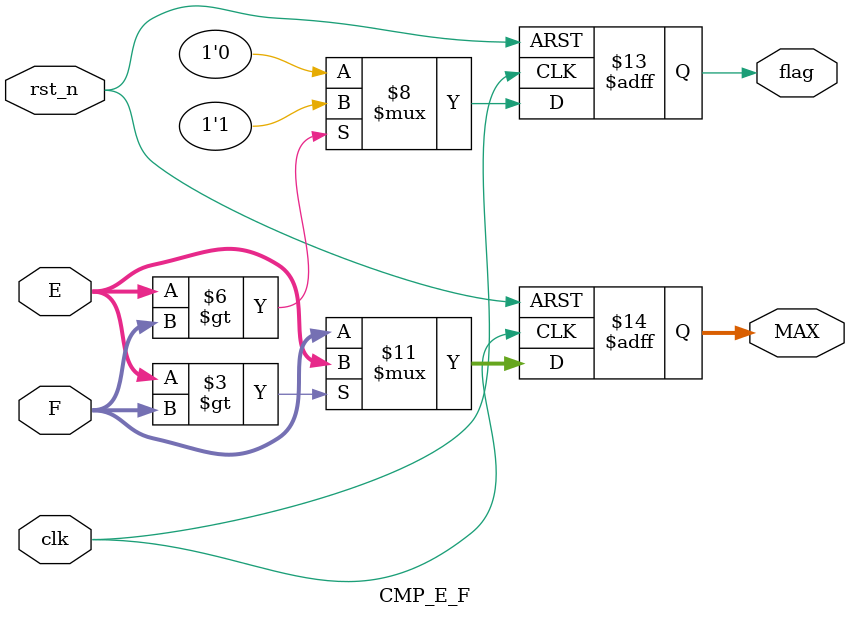
<source format=v>
`timescale 1ns / 1ps


module CMP_E_F #(
	parameter DATA_WIDTH = 16

)
(
	//===================Input=================//
	clk,
	rst_n,
	E,
	F,
	//===================Output===============//
	MAX,
	flag	//flag=1 stand for E>F
	);
input wire clk;
input wire rst_n;

input wire signed [DATA_WIDTH-1 : 0] E;
input wire signed [DATA_WIDTH-1 : 0] F;

output reg signed [DATA_WIDTH-1 : 0] MAX;
output reg flag;

always @(posedge clk or negedge rst_n) begin
	if (~rst_n) begin
		MAX <= 16'd0;
	end
	else if (E > F) begin
		MAX <= E;
	end
	else begin
		MAX <= F;
	end
end

always @(posedge clk or negedge rst_n) begin
	if (~rst_n) begin
		flag <= 1'b0;
	end
	else if (E > F) begin
		flag <= 1'b1;
	end
	else begin
		flag <= 1'b0;
	end
end
endmodule

</source>
